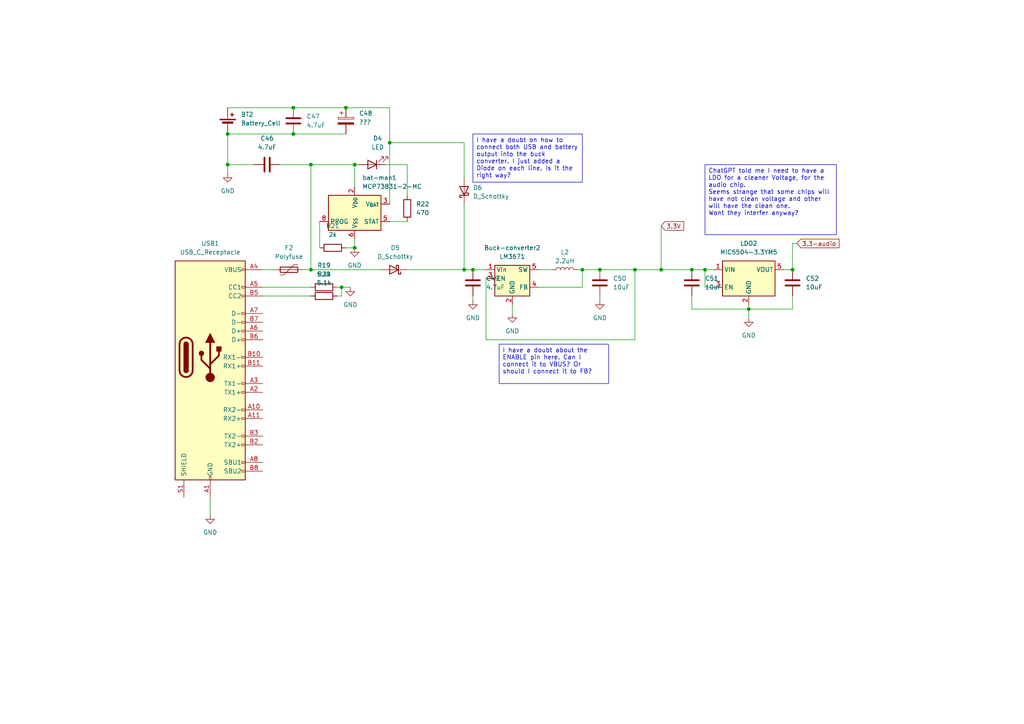
<source format=kicad_sch>
(kicad_sch (version 20230121) (generator eeschema)
  (paper "A4")
  (lib_symbols
    (symbol "Battery_Management:MCP73831-2-MC"
      (property "Reference" "U" (at -7.62 6.35 0))
      (property "Value" "MCP73831-2-MC" (at 1.27 6.35 0))
      (symbol "MCP73831-2-MC_0_1"
        (rectangle (start -7.62 5.08) (end 7.62 -5.08) (stroke (width 0.254)) (fill (type background)))
      )
      (symbol "MCP73831-2-MC_1_1"
        (pin passive line (at 0 7.62 270) (length 2.54) hide (name "V_{DD}") (number "1"))
        (pin power_in line (at 0 7.62 270) (length 2.54) (name "V_{DD}") (number "2"))
        (pin power_out line (at 10.16 2.54 180) (length 2.54) (name "V_{BAT}") (number "3"))
        (pin passive line (at 10.16 2.54 180) (length 2.54) hide (name "V_{BAT}") (number "4"))
        (pin tri_state line (at 10.16 -2.54 180) (length 2.54) (name "STAT") (number "5"))
        (pin power_in line (at 0 -7.62 90) (length 2.54) (name "V_{SS}") (number "6"))
        (pin no_connect line (at -7.62 2.54 0) (length 2.54) hide (name "NC") (number "7"))
        (pin input line (at -10.16 -2.54 0) (length 2.54) (name "PROG") (number "8"))
      )
    )
    (symbol "Connector:USB_C_Receptacle" (pin_names (offset 1.016))
      (property "Reference" "J" (at -10.16 29.21 0))
      (property "Value" "USB_C_Receptacle" (at 10.16 29.21 0))
      (symbol "USB_C_Receptacle_0_0"
        (rectangle (start -0.254 -35.56) (end 0.254 -34.544))
        (rectangle (start 10.16 -32.766) (end 9.144 -33.274))
        (rectangle (start 10.16 -30.226) (end 9.144 -30.734))
        (rectangle (start 10.16 -25.146) (end 9.144 -25.654))
        (rectangle (start 10.16 -22.606) (end 9.144 -23.114))
        (rectangle (start 10.16 -17.526) (end 9.144 -18.034))
        (rectangle (start 10.16 -14.986) (end 9.144 -15.494))
        (rectangle (start 10.16 -9.906) (end 9.144 -10.414))
        (rectangle (start 10.16 -7.366) (end 9.144 -7.874))
        (rectangle (start 10.16 -2.286) (end 9.144 -2.794))
        (rectangle (start 10.16 0.254) (end 9.144 -0.254))
        (rectangle (start 10.16 5.334) (end 9.144 4.826))
        (rectangle (start 10.16 7.874) (end 9.144 7.366))
        (rectangle (start 10.16 10.414) (end 9.144 9.906))
        (rectangle (start 10.16 12.954) (end 9.144 12.446))
        (rectangle (start 10.16 18.034) (end 9.144 17.526))
        (rectangle (start 10.16 20.574) (end 9.144 20.066))
        (rectangle (start 10.16 25.654) (end 9.144 25.146))
      )
      (symbol "USB_C_Receptacle_0_1"
        (rectangle (start -10.16 27.94) (end 10.16 -35.56) (stroke (width 0.254)) (fill (type background)))
        (arc (start -8.89 -3.81) (mid -6.985 -5.7067) (end -5.08 -3.81) (stroke (width 0.508)))
        (arc (start -7.62 -3.81) (mid -6.985 -4.4423) (end -6.35 -3.81) (stroke (width 0.254)))
        (arc (start -7.62 -3.81) (mid -6.985 -4.4423) (end -6.35 -3.81) (stroke (width 0.254)) (fill (type outline)))
        (rectangle (start -7.62 -3.81) (end -6.35 3.81) (stroke (width 0.254)) (fill (type outline)))
        (arc (start -6.35 3.81) (mid -6.985 4.4423) (end -7.62 3.81) (stroke (width 0.254)))
        (arc (start -6.35 3.81) (mid -6.985 4.4423) (end -7.62 3.81) (stroke (width 0.254)) (fill (type outline)))
        (arc (start -5.08 3.81) (mid -6.985 5.7067) (end -8.89 3.81) (stroke (width 0.508)))
        (polyline (pts (xy -8.89 -3.81) (xy -8.89 3.81)) (stroke (width 0.508)))
        (polyline (pts (xy -5.08 3.81) (xy -5.08 -3.81)) (stroke (width 0.508)))
      )
      (symbol "USB_C_Receptacle_1_1"
        (circle (center -2.54 1.143) (radius 0.635) (stroke (width 0.254)) (fill (type outline)))
        (circle (center 0 -5.842) (radius 1.27) (fill (type outline)))
        (polyline (pts (xy 0 -5.842) (xy 0 4.318)) (stroke (width 0.508)))
        (polyline (pts (xy 0 -3.302) (xy -2.54 -0.762) (xy -2.54 0.508)) (stroke (width 0.508)))
        (polyline (pts (xy 0 -2.032) (xy 2.54 0.508) (xy 2.54 1.778)) (stroke (width 0.508)))
        (polyline (pts (xy -1.27 4.318) (xy 0 6.858) (xy 1.27 4.318) (xy -1.27 4.318)) (stroke (width 0.254)) (fill (type outline)))
        (rectangle (start 1.905 1.778) (end 3.175 3.048) (stroke (width 0.254)) (fill (type outline)))
        (pin passive line (at 0 -40.64 90) (length 5.08) (name "GND") (number "A1"))
        (pin bidirectional line (at 15.24 -15.24 180) (length 5.08) (name "RX2-") (number "A10"))
        (pin bidirectional line (at 15.24 -17.78 180) (length 5.08) (name "RX2+") (number "A11"))
        (pin passive line (at 0 -40.64 90) (length 5.08) hide (name "GND") (number "A12"))
        (pin bidirectional line (at 15.24 -10.16 180) (length 5.08) (name "TX1+") (number "A2"))
        (pin bidirectional line (at 15.24 -7.62 180) (length 5.08) (name "TX1-") (number "A3"))
        (pin passive line (at 15.24 25.4 180) (length 5.08) (name "VBUS") (number "A4"))
        (pin bidirectional line (at 15.24 20.32 180) (length 5.08) (name "CC1") (number "A5"))
        (pin bidirectional line (at 15.24 7.62 180) (length 5.08) (name "D+") (number "A6"))
        (pin bidirectional line (at 15.24 12.7 180) (length 5.08) (name "D-") (number "A7"))
        (pin bidirectional line (at 15.24 -30.48 180) (length 5.08) (name "SBU1") (number "A8"))
        (pin passive line (at 15.24 25.4 180) (length 5.08) hide (name "VBUS") (number "A9"))
        (pin passive line (at 0 -40.64 90) (length 5.08) hide (name "GND") (number "B1"))
        (pin bidirectional line (at 15.24 0 180) (length 5.08) (name "RX1-") (number "B10"))
        (pin bidirectional line (at 15.24 -2.54 180) (length 5.08) (name "RX1+") (number "B11"))
        (pin passive line (at 0 -40.64 90) (length 5.08) hide (name "GND") (number "B12"))
        (pin bidirectional line (at 15.24 -25.4 180) (length 5.08) (name "TX2+") (number "B2"))
        (pin bidirectional line (at 15.24 -22.86 180) (length 5.08) (name "TX2-") (number "B3"))
        (pin passive line (at 15.24 25.4 180) (length 5.08) hide (name "VBUS") (number "B4"))
        (pin bidirectional line (at 15.24 17.78 180) (length 5.08) (name "CC2") (number "B5"))
        (pin bidirectional line (at 15.24 5.08 180) (length 5.08) (name "D+") (number "B6"))
        (pin bidirectional line (at 15.24 10.16 180) (length 5.08) (name "D-") (number "B7"))
        (pin bidirectional line (at 15.24 -33.02 180) (length 5.08) (name "SBU2") (number "B8"))
        (pin passive line (at 15.24 25.4 180) (length 5.08) hide (name "VBUS") (number "B9"))
        (pin passive line (at -7.62 -40.64 90) (length 5.08) (name "SHIELD") (number "S1"))
      )
    )
    (symbol "Device:Battery_Cell" (pin_numbers hide) (pin_names (offset 0) hide)
      (property "Reference" "BT" (at 2.54 2.54 0))
      (property "Value" "Battery_Cell" (at 2.54 0 0))
      (symbol "Battery_Cell_0_1"
        (rectangle (start -2.286 1.778) (end 2.286 1.524) (fill (type outline)))
        (rectangle (start -1.524 1.016) (end 1.524 0.508) (fill (type outline)))
        (polyline (pts (xy 0 0.762) (xy 0 0)))
        (polyline (pts (xy 0 1.778) (xy 0 2.54)))
        (polyline (pts (xy 0.762 3.048) (xy 1.778 3.048)) (stroke (width 0.254)))
        (polyline (pts (xy 1.27 3.556) (xy 1.27 2.54)) (stroke (width 0.254)))
      )
      (symbol "Battery_Cell_1_1"
        (pin passive line (at 0 5.08 270) (length 2.54) (name "+") (number "1"))
        (pin passive line (at 0 -2.54 90) (length 2.54) (name "-") (number "2"))
      )
    )
    (symbol "Device:C" (pin_numbers hide) (pin_names (offset 0.254))
      (property "Reference" "C" (at 0.635 2.54 0))
      (property "Value" "C" (at 0.635 -2.54 0))
      (symbol "C_0_1"
        (polyline (pts (xy -2.032 -0.762) (xy 2.032 -0.762)) (stroke (width 0.508)))
        (polyline (pts (xy -2.032 0.762) (xy 2.032 0.762)) (stroke (width 0.508)))
      )
      (symbol "C_1_1"
        (pin passive line (at 0 3.81 270) (length 2.794) (name "~") (number "1"))
        (pin passive line (at 0 -3.81 90) (length 2.794) (name "~") (number "2"))
      )
    )
    (symbol "Device:C_Polarized" (pin_numbers hide) (pin_names (offset 0.254))
      (property "Reference" "C" (at 0.635 2.54 0))
      (property "Value" "C_Polarized" (at 0.635 -2.54 0))
      (symbol "C_Polarized_0_1"
        (rectangle (start -2.286 0.508) (end 2.286 1.016))
        (polyline (pts (xy -1.778 2.286) (xy -0.762 2.286)))
        (polyline (pts (xy -1.27 2.794) (xy -1.27 1.778)))
        (rectangle (start 2.286 -0.508) (end -2.286 -1.016) (fill (type outline)))
      )
      (symbol "C_Polarized_1_1"
        (pin passive line (at 0 3.81 270) (length 2.794) (name "~") (number "1"))
        (pin passive line (at 0 -3.81 90) (length 2.794) (name "~") (number "2"))
      )
    )
    (symbol "Device:D_Schottky" (pin_numbers hide) (pin_names (offset 1.016) hide)
      (property "Reference" "D" (at 0 2.54 0))
      (property "Value" "D_Schottky" (at 0 -2.54 0))
      (symbol "D_Schottky_0_1"
        (polyline (pts (xy 1.27 0) (xy -1.27 0)))
        (polyline (pts (xy 1.27 1.27) (xy 1.27 -1.27) (xy -1.27 0) (xy 1.27 1.27)) (stroke (width 0.254)))
        (polyline (pts (xy -1.905 0.635) (xy -1.905 1.27) (xy -1.27 1.27) (xy -1.27 -1.27) (xy -0.635 -1.27) (xy -0.635 -0.635)) (stroke (width 0.254)))
      )
      (symbol "D_Schottky_1_1"
        (pin passive line (at -3.81 0 0) (length 2.54) (name "K") (number "1"))
        (pin passive line (at 3.81 0 180) (length 2.54) (name "A") (number "2"))
      )
    )
    (symbol "Device:L" (pin_numbers hide) (pin_names (offset 1.016) hide)
      (property "Reference" "L" (at -1.27 0 90))
      (property "Value" "L" (at 1.905 0 90))
      (symbol "L_0_1"
        (arc (start 0 -2.54) (mid 0.6323 -1.905) (end 0 -1.27))
        (arc (start 0 -1.27) (mid 0.6323 -0.635) (end 0 0))
        (arc (start 0 0) (mid 0.6323 0.635) (end 0 1.27))
        (arc (start 0 1.27) (mid 0.6323 1.905) (end 0 2.54))
      )
      (symbol "L_1_1"
        (pin passive line (at 0 3.81 270) (length 1.27) (name "1") (number "1"))
        (pin passive line (at 0 -3.81 90) (length 1.27) (name "2") (number "2"))
      )
    )
    (symbol "Device:LED" (pin_numbers hide) (pin_names (offset 1.016) hide)
      (property "Reference" "D" (at 0 2.54 0))
      (property "Value" "LED" (at 0 -2.54 0))
      (symbol "LED_0_1"
        (polyline (pts (xy -1.27 -1.27) (xy -1.27 1.27)) (stroke (width 0.254)))
        (polyline (pts (xy -1.27 0) (xy 1.27 0)))
        (polyline (pts (xy 1.27 -1.27) (xy 1.27 1.27) (xy -1.27 0) (xy 1.27 -1.27)) (stroke (width 0.254)))
        (polyline (pts (xy -3.048 -0.762) (xy -4.572 -2.286) (xy -3.81 -2.286) (xy -4.572 -2.286) (xy -4.572 -1.524)))
        (polyline (pts (xy -1.778 -0.762) (xy -3.302 -2.286) (xy -2.54 -2.286) (xy -3.302 -2.286) (xy -3.302 -1.524)))
      )
      (symbol "LED_1_1"
        (pin passive line (at -3.81 0 0) (length 2.54) (name "K") (number "1"))
        (pin passive line (at 3.81 0 180) (length 2.54) (name "A") (number "2"))
      )
    )
    (symbol "Device:Polyfuse" (pin_numbers hide) (pin_names (offset 0))
      (property "Reference" "F" (at -2.54 0 90))
      (property "Value" "Polyfuse" (at 2.54 0 90))
      (symbol "Polyfuse_0_1"
        (rectangle (start -0.762 2.54) (end 0.762 -2.54) (stroke (width 0.254)))
        (polyline (pts (xy 0 2.54) (xy 0 -2.54)))
        (polyline (pts (xy -1.524 2.54) (xy -1.524 1.524) (xy 1.524 -1.524) (xy 1.524 -2.54)))
      )
      (symbol "Polyfuse_1_1"
        (pin passive line (at 0 3.81 270) (length 1.27) (name "~") (number "1"))
        (pin passive line (at 0 -3.81 90) (length 1.27) (name "~") (number "2"))
      )
    )
    (symbol "Device:R" (pin_numbers hide) (pin_names (offset 0))
      (property "Reference" "R" (at 2.032 0 90))
      (property "Value" "R" (at 0 0 90))
      (symbol "R_0_1"
        (rectangle (start -1.016 -2.54) (end 1.016 2.54) (stroke (width 0.254)))
      )
      (symbol "R_1_1"
        (pin passive line (at 0 3.81 270) (length 1.27) (name "~") (number "1"))
        (pin passive line (at 0 -3.81 90) (length 1.27) (name "~") (number "2"))
      )
    )
    (symbol "Regulator_Linear:MIC5504-3.3YM5"
      (property "Reference" "U" (at -7.62 8.89 0))
      (property "Value" "MIC5504-3.3YM5" (at -7.62 6.35 0))
      (symbol "MIC5504-3.3YM5_0_1"
        (rectangle (start -7.62 -5.08) (end 7.62 5.08) (stroke (width 0.254)) (fill (type background)))
      )
      (symbol "MIC5504-3.3YM5_1_1"
        (pin power_in line (at -10.16 2.54 0) (length 2.54) (name "VIN") (number "1"))
        (pin power_in line (at 0 -7.62 90) (length 2.54) (name "GND") (number "2"))
        (pin input line (at -10.16 -2.54 0) (length 2.54) (name "EN") (number "3"))
        (pin no_connect line (at 7.62 -2.54 180) (length 2.54) hide (name "NC") (number "4"))
        (pin power_out line (at 10.16 2.54 180) (length 2.54) (name "VOUT") (number "5"))
      )
    )
    (symbol "Regulator_Switching:LM3670MF"
      (property "Reference" "U" (at -5.08 5.08 0))
      (property "Value" "LM3670MF" (at 0 5.08 0))
      (symbol "LM3670MF_0_1"
        (rectangle (start -5.08 3.81) (end 5.08 -5.08) (stroke (width 0.254)) (fill (type background)))
      )
      (symbol "LM3670MF_1_1"
        (pin power_in line (at -7.62 2.54 0) (length 2.54) (name "Vin") (number "1"))
        (pin power_in line (at 0 -7.62 90) (length 2.54) (name "GND") (number "2"))
        (pin input line (at -7.62 0 0) (length 2.54) (name "EN") (number "3"))
        (pin input line (at 7.62 -2.54 180) (length 2.54) (name "FB") (number "4"))
        (pin input line (at 7.62 2.54 180) (length 2.54) (name "SW") (number "5"))
      )
    )
    (symbol "power:GND" (power) (pin_names (offset 0))
      (property "Value" "GND" (at 0 -3.81 0))
      (symbol "GND_0_1"
        (polyline (pts (xy 0 0) (xy 0 -1.27) (xy 1.27 -1.27) (xy 0 -2.54) (xy -1.27 -1.27) (xy 0 -1.27)))
      )
      (symbol "GND_1_1"
        (pin power_in line (at 0 0 270) (length 0) hide (name "GND") (number "1"))
      )
    )
  )
  (junction (at 66.04 47.752))
  (junction (at 113.03 41.402))
  (junction (at 184.15 78.232))
  (junction (at 66.04 38.862))
  (junction (at 85.09 38.862))
  (junction (at 90.17 47.752))
  (junction (at 85.09 31.242))
  (junction (at 204.47 78.232))
  (junction (at 168.91 78.232))
  (junction (at 191.77 78.232))
  (junction (at 173.99 78.232))
  (junction (at 102.87 71.882))
  (junction (at 99.06 83.312))
  (junction (at 90.17 78.232))
  (junction (at 217.17 89.662))
  (junction (at 229.87 78.232))
  (junction (at 134.62 78.232))
  (junction (at 200.66 78.232))
  (junction (at 102.87 47.752))
  (junction (at 137.16 78.232))
  (junction (at 100.33 31.242))
  (wire (pts (xy 229.87 89.662) (xy 229.87 85.852)))
  (wire (pts (xy 140.97 98.552) (xy 184.15 98.552)))
  (wire (pts (xy 76.2 78.232) (xy 80.01 78.232)))
  (wire (pts (xy 184.15 98.552) (xy 184.15 78.232)))
  (wire (pts (xy 97.79 85.852) (xy 99.06 85.852)))
  (wire (pts (xy 101.6 83.312) (xy 99.06 83.312)))
  (wire (pts (xy 173.99 85.852) (xy 173.99 87.122)))
  (wire (pts (xy 100.33 71.882) (xy 102.87 71.882)))
  (wire (pts (xy 87.63 78.232) (xy 90.17 78.232)))
  (wire (pts (xy 134.62 59.182) (xy 134.62 78.232)))
  (wire (pts (xy 148.59 88.392) (xy 148.59 90.932)))
  (wire (pts (xy 66.04 38.862) (xy 85.09 38.862)))
  (wire (pts (xy 60.96 144.272) (xy 60.96 149.352)))
  (wire (pts (xy 200.66 78.232) (xy 204.47 78.232)))
  (wire (pts (xy 90.17 47.752) (xy 90.17 78.232)))
  (wire (pts (xy 134.62 41.402) (xy 134.62 51.562)))
  (wire (pts (xy 66.04 38.862) (xy 66.04 47.752)))
  (wire (pts (xy 156.21 83.312) (xy 168.91 83.312)))
  (wire (pts (xy 99.06 85.852) (xy 99.06 83.312)))
  (wire (pts (xy 76.2 83.312) (xy 90.17 83.312)))
  (wire (pts (xy 137.16 78.232) (xy 140.97 78.232)))
  (wire (pts (xy 85.09 31.242) (xy 100.33 31.242)))
  (wire (pts (xy 102.87 47.752) (xy 104.14 47.752)))
  (wire (pts (xy 100.33 31.242) (xy 113.03 31.242)))
  (wire (pts (xy 217.17 89.662) (xy 229.87 89.662)))
  (wire (pts (xy 140.97 80.772) (xy 140.97 98.552)))
  (wire (pts (xy 102.87 71.882) (xy 102.87 69.342)))
  (wire (pts (xy 118.11 78.232) (xy 134.62 78.232)))
  (wire (pts (xy 229.87 70.612) (xy 231.14 70.612)))
  (wire (pts (xy 113.03 41.402) (xy 113.03 59.182)))
  (wire (pts (xy 207.01 83.312) (xy 204.47 83.312)))
  (wire (pts (xy 90.17 78.232) (xy 110.49 78.232)))
  (wire (pts (xy 168.91 83.312) (xy 168.91 78.232)))
  (wire (pts (xy 184.15 78.232) (xy 173.99 78.232)))
  (wire (pts (xy 85.09 38.862) (xy 100.33 38.862)))
  (wire (pts (xy 113.03 64.262) (xy 118.11 64.262)))
  (wire (pts (xy 217.17 88.392) (xy 217.17 89.662)))
  (wire (pts (xy 134.62 78.232) (xy 137.16 78.232)))
  (wire (pts (xy 204.47 83.312) (xy 204.47 78.232)))
  (wire (pts (xy 184.15 78.232) (xy 191.77 78.232)))
  (wire (pts (xy 90.17 47.752) (xy 102.87 47.752)))
  (wire (pts (xy 66.04 31.242) (xy 85.09 31.242)))
  (wire (pts (xy 156.21 78.232) (xy 160.02 78.232)))
  (wire (pts (xy 66.04 47.752) (xy 66.04 50.292)))
  (wire (pts (xy 227.33 78.232) (xy 229.87 78.232)))
  (wire (pts (xy 111.76 47.752) (xy 118.11 47.752)))
  (wire (pts (xy 118.11 47.752) (xy 118.11 56.642)))
  (wire (pts (xy 99.06 83.312) (xy 97.79 83.312)))
  (wire (pts (xy 113.03 31.242) (xy 113.03 41.402)))
  (wire (pts (xy 92.71 64.262) (xy 92.71 71.882)))
  (wire (pts (xy 229.87 78.232) (xy 229.87 70.612)))
  (wire (pts (xy 102.87 54.102) (xy 102.87 47.752)))
  (wire (pts (xy 66.04 47.752) (xy 73.66 47.752)))
  (wire (pts (xy 76.2 85.852) (xy 90.17 85.852)))
  (wire (pts (xy 81.28 47.752) (xy 90.17 47.752)))
  (wire (pts (xy 191.77 78.232) (xy 200.66 78.232)))
  (wire (pts (xy 191.77 65.532) (xy 191.77 78.232)))
  (wire (pts (xy 137.16 85.852) (xy 137.16 87.122)))
  (wire (pts (xy 204.47 78.232) (xy 207.01 78.232)))
  (wire (pts (xy 200.66 85.852) (xy 200.66 89.662)))
  (wire (pts (xy 113.03 41.402) (xy 134.62 41.402)))
  (wire (pts (xy 217.17 89.662) (xy 217.17 92.202)))
  (wire (pts (xy 200.66 89.662) (xy 217.17 89.662)))
  (wire (pts (xy 173.99 78.232) (xy 168.91 78.232)))
  (wire (pts (xy 168.91 78.232) (xy 167.64 78.232)))
  (text_box "ChatGPT told me I need to have a LDO for a cleaner Voltage, for the audio chip.\nSeems strange that some chips will have not clean voltage and other will have the clean one.\nWont they interfer anyway? " (at 204.47 47.752 0) (size 38.1 20.32) (effects (font (size 1.27 1.27)) (justify left top)))
  (text_box "I have a doubt on how to connect both USB and battery output into the buck converter. I just added a Diode on each line. Is it the right way? " (at 137.16 38.862 0) (size 31.75 13.97) (effects (font (size 1.27 1.27)) (justify left top)))
  (text_box "I have a doubt about the ENABLE pin here. Can I connect it to VBUS? Or should I connect it to FB? " (at 144.78 99.822 0) (size 31.75 11.43) (effects (font (size 1.27 1.27)) (justify left top)))
  (global_label "3.3V" (shape input) (at 191.77 65.532 0) (property "Intersheetrefs" "${INTERSHEET_REFS}" (effects hide)))
  (global_label "3.3-audio" (shape input) (at 231.14 70.612 0) (property "Intersheetrefs" "${INTERSHEET_REFS}" (effects hide)))
  (symbol (lib_id "Device:LED") (at 107.95 47.752 180) (unit 1)
    (property "Reference" "D4" (at 109.5375 40.132 0))
    (property "Value" "LED" (at 109.5375 42.672 0))
  )
  (symbol (lib_id "Device:D_Schottky") (at 134.62 55.372 90) (unit 1)
    (property "Reference" "D6" (at 137.16 54.4195 90) (effects (justify right)))
    (property "Value" "D_Schottky" (at 137.16 56.9595 90) (effects (justify right)))
  )
  (symbol (lib_id "Device:C_Polarized") (at 100.33 35.052 0) (unit 1)
    (property "Reference" "C48" (at 104.14 32.893 0) (effects (justify left)))
    (property "Value" "???" (at 104.14 35.433 0) (effects (justify left)))
  )
  (symbol (lib_id "power:GND") (at 101.6 83.312 0) (unit 1)
    (property "Reference" "#PWR041" (effects hide))
    (property "Value" "GND" (at 101.6 88.392 0))
  )
  (symbol (lib_id "Device:C") (at 137.16 82.042 0) (unit 1)
    (property "Reference" "C49" (at 140.97 80.772 0) (effects (justify left)))
    (property "Value" "4.7uF" (at 140.97 83.312 0) (effects (justify left)))
  )
  (symbol (lib_id "Device:Polyfuse") (at 83.82 78.232 90) (unit 1)
    (property "Reference" "F2" (at 83.82 71.882 90))
    (property "Value" "Polyfuse" (at 83.82 74.422 90))
  )
  (symbol (lib_id "power:GND") (at 102.87 71.882 0) (unit 1)
    (property "Reference" "#PWR042" (effects hide))
    (property "Value" "GND" (at 102.87 76.962 0))
  )
  (symbol (lib_id "Device:D_Schottky") (at 114.3 78.232 180) (unit 1)
    (property "Reference" "D5" (at 114.6175 71.882 0))
    (property "Value" "D_Schottky" (at 114.6175 74.422 0))
  )
  (symbol (lib_id "Device:C") (at 77.47 47.752 90) (unit 1)
    (property "Reference" "C46" (at 77.47 40.132 90))
    (property "Value" "4.7uF" (at 77.47 42.672 90))
  )
  (symbol (lib_id "Connector:USB_C_Receptacle") (at 60.96 103.632 0) (unit 1)
    (property "Reference" "USB1" (at 60.96 70.612 0))
    (property "Value" "USB_C_Receptacle" (at 60.96 73.152 0))
    (property "Datasheet" "https://www.usb.org/sites/default/files/documents/usb_type-c.zip" (effects hide))
  )
  (symbol (lib_id "Device:R") (at 93.98 83.312 90) (unit 1)
    (property "Reference" "R19" (at 93.98 76.962 90))
    (property "Value" "5.1k" (at 93.98 79.502 90))
  )
  (symbol (lib_id "power:GND") (at 217.17 92.202 0) (unit 1)
    (property "Reference" "#PWR046" (effects hide))
    (property "Value" "GND" (at 217.17 97.282 0))
  )
  (symbol (lib_id "Device:C") (at 229.87 82.042 0) (unit 1)
    (property "Reference" "C52" (at 233.68 80.772 0) (effects (justify left)))
    (property "Value" "10uF" (at 233.68 83.312 0) (effects (justify left)))
  )
  (symbol (lib_id "Device:C") (at 200.66 82.042 0) (unit 1)
    (property "Reference" "C51" (at 204.47 80.772 0) (effects (justify left)))
    (property "Value" "10uF" (at 204.47 83.312 0) (effects (justify left)))
  )
  (symbol (lib_id "Device:C") (at 173.99 82.042 0) (unit 1)
    (property "Reference" "C50" (at 177.8 80.772 0) (effects (justify left)))
    (property "Value" "10uF" (at 177.8 83.312 0) (effects (justify left)))
  )
  (symbol (lib_id "Device:L") (at 163.83 78.232 90) (unit 1)
    (property "Reference" "L2" (at 163.83 73.152 90))
    (property "Value" "2.2uH" (at 163.83 75.692 90))
  )
  (symbol (lib_id "power:GND") (at 60.96 149.352 0) (unit 1)
    (property "Reference" "#PWR039" (effects hide))
    (property "Value" "GND" (at 60.96 154.432 0))
  )
  (symbol (lib_id "Regulator_Linear:MIC5504-3.3YM5") (at 217.17 80.772 0) (unit 1)
    (property "Reference" "LDO2" (at 217.17 70.612 0))
    (property "Value" "MIC5504-3.3YM5" (at 217.17 73.152 0))
    (property "Footprint" "Package_TO_SOT_SMD:SOT-23-5" (effects hide))
    (property "Datasheet" "http://ww1.microchip.com/downloads/en/DeviceDoc/MIC550X.pdf" (effects hide))
    (property "Manufacturer" "Monolithic Power Systems Inc." (effects hide))
    (property "Part number" "MP2315GJ-Z" (effects hide))
    (property "Supplier" "DigiKey" (effects hide))
    (property "Supplier Part number" "1589-1884-2-ND" (effects hide))
  )
  (symbol (lib_id "power:GND") (at 173.99 87.122 0) (unit 1)
    (property "Reference" "#PWR045" (effects hide))
    (property "Value" "GND" (at 173.99 92.202 0))
  )
  (symbol (lib_id "power:GND") (at 137.16 87.122 0) (unit 1)
    (property "Reference" "#PWR043" (effects hide))
    (property "Value" "GND" (at 137.16 92.202 0))
  )
  (symbol (lib_id "power:GND") (at 148.59 90.932 0) (unit 1)
    (property "Reference" "#PWR044" (effects hide))
    (property "Value" "GND" (at 148.59 96.012 0))
  )
  (symbol (lib_id "Regulator_Switching:LM3670MF") (at 148.59 80.772 0) (unit 1)
    (property "Reference" "Buck-converter2" (at 148.59 71.882 0))
    (property "Value" "LM3671" (at 148.59 74.422 0))
    (property "Footprint" "Package_TO_SOT_SMD:TSOT-23-5" (effects hide))
    (property "Datasheet" "http://www.ti.com/lit/ds/symlink/lm3670.pdf" (effects hide))
    (property "Manufacturer" "Texas Instruments" (effects hide))
    (property "Part number" "LM3671MFX-3.3/NOPB" (effects hide))
    (property "Supplier" "DigiKey" (effects hide))
    (property "Supplier Part number" "296-45289-2-ND" (effects hide))
  )
  (symbol (lib_id "Device:R") (at 96.52 71.882 90) (unit 1)
    (property "Reference" "R21" (at 96.52 65.532 90))
    (property "Value" "2k" (at 96.52 68.072 90))
  )
  (symbol (lib_id "Battery_Management:MCP73831-2-MC") (at 102.87 61.722 0) (unit 1)
    (property "Reference" "bat-man1" (at 105.0641 51.562 0) (effects (justify left)))
    (property "Value" "MCP73831-2-MC" (at 105.0641 54.102 0) (effects (justify left)))
    (property "Footprint" "Package_DFN_QFN:DFN-8-1EP_3x2mm_P0.5mm_EP1.7x1.4mm" (effects hide))
    (property "Datasheet" "http://ww1.microchip.com/downloads/en/DeviceDoc/20001984g.pdf" (effects hide))
  )
  (symbol (lib_id "Device:R") (at 118.11 60.452 0) (unit 1)
    (property "Reference" "R22" (at 120.65 59.182 0) (effects (justify left)))
    (property "Value" "470" (at 120.65 61.722 0) (effects (justify left)))
  )
  (symbol (lib_id "Device:C") (at 85.09 35.052 0) (unit 1)
    (property "Reference" "C47" (at 88.9 33.782 0) (effects (justify left)))
    (property "Value" "4.7uF" (at 88.9 36.322 0) (effects (justify left)))
  )
  (symbol (lib_id "power:GND") (at 66.04 50.292 0) (unit 1)
    (property "Reference" "#PWR040" (effects hide))
    (property "Value" "GND" (at 66.04 55.372 0))
  )
  (symbol (lib_id "Device:R") (at 93.98 85.852 90) (unit 1)
    (property "Reference" "R20" (at 93.98 79.502 90))
    (property "Value" "5.1k" (at 93.98 82.042 90))
  )
  (symbol (lib_id "Device:Battery_Cell") (at 66.04 36.322 0) (unit 1)
    (property "Reference" "BT2" (at 69.85 33.2105 0) (effects (justify left)))
    (property "Value" "Battery_Cell" (at 69.85 35.7505 0) (effects (justify left)))
  )
)
</source>
